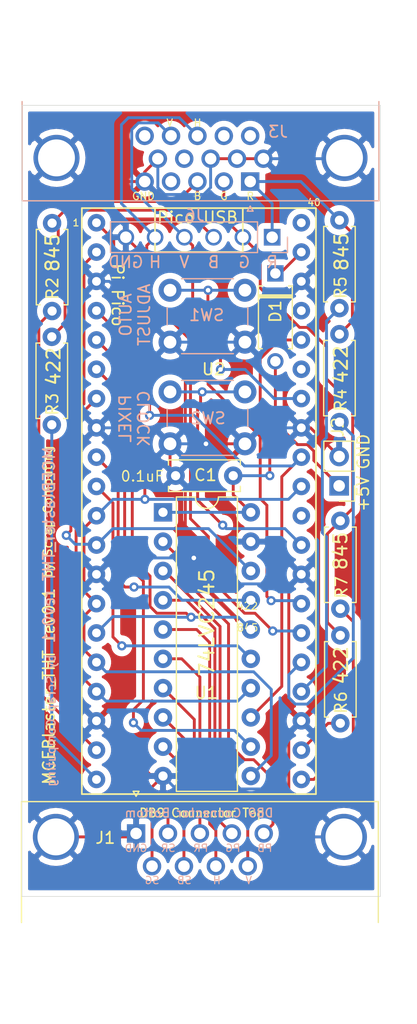
<source format=kicad_pcb>
(kicad_pcb (version 20171130) (host pcbnew 5.1.9+dfsg1-1+deb11u1)
  (layers (0 F.Cu signal) (31 B.Cu signal) (34 B.Paste user) (35 F.Paste user) (36 B.SilkS user) (37 F.SilkS user) (38 B.Mask user) (39 F.Mask user) (44 Edge.Cuts user))
  (net 0 "")
  (net 1 GND)
  (net 2 +5V)
  (net 3 +3V3)
  (net 4 "Net-(D1-Pad2)")
  (net 5 TTL_V)
  (net 6 TTL_H)
  (net 7 TTL_SB)
  (net 8 TTL_SG)
  (net 9 TTL_PB)
  (net 10 TTL_PG)
  (net 11 TTL_PR)
  (net 12 V)
  (net 13 "Net-(R2-Pad2)")
  (net 14 "Net-(R3-Pad2)")
  (net 15 "Net-(R4-Pad2)")
  (net 16 "Net-(R5-Pad2)")
  (net 17 "Net-(R6-Pad2)")
  (net 18 "Net-(R7-Pad2)")
  (net 19 AUTO_ADJUST)
  (net 20 H)
  (net 21 PR)
  (net 22 SR)
  (net 23 PG)
  (net 24 SG_INT)
  (net 25 PB)
  (net 26 SB)
  (net 27 TTL_SR)
  (net 28 VGA_V)
  (net 29 VGA_H)
  (net 30 VGA_B)
  (net 31 VGA_G)
  (net 32 VGA_R)
  (net 33 PX_CLK_BTN)
  (module Resistor_THT:R_Axial_DIN0207_L6.3mm_D2.5mm_P7.62mm_Horizontal (layer F.Cu) (at 137.8458 70.866 270)
    (fp_text reference R3 (at 5.842 -0.0508 90) (layer F.SilkS))
    (fp_text value 422)
    (pad 2 thru_hole oval (at 7.62 0 270) (size 1.6 1.6) (drill 0.8) (layers *.Cu *.Mask) (net 14 "Net-(R3-Pad2)"))
    (pad 1 thru_hole circle (at 0 0 270) (size 1.6 1.6) (drill 0.8) (layers *.Cu *.Mask) (net 30 VGA_B))
  )
  (module Resistor_THT:R_Axial_DIN0207_L6.3mm_D2.5mm_P7.62mm_Horizontal (layer F.Cu) (at 162.8902 86.8172 270)
    (fp_text reference R7 (at 5.7658 -0.1016 90) (layer F.SilkS))
    (fp_text value 845)
    (pad 2 thru_hole oval (at 7.62 0 270) (size 1.6 1.6) (drill 0.8) (layers *.Cu *.Mask) (net 18 "Net-(R7-Pad2)"))
    (pad 1 thru_hole circle (at 0 0 270) (size 1.6 1.6) (drill 0.8) (layers *.Cu *.Mask) (net 31 VGA_G))
  )
  (module Resistor_THT:R_Axial_DIN0207_L6.3mm_D2.5mm_P7.62mm_Horizontal (layer F.Cu) (at 162.8902 96.7486 270)
    (fp_text reference R6 (at 5.8166 -0.0508 90) (layer F.SilkS))
    (fp_text value 422)
    (pad 2 thru_hole oval (at 7.62 0 270) (size 1.6 1.6) (drill 0.8) (layers *.Cu *.Mask) (net 17 "Net-(R6-Pad2)"))
    (pad 1 thru_hole circle (at 0 0 270) (size 1.6 1.6) (drill 0.8) (layers *.Cu *.Mask) (net 31 VGA_G))
  )
  (module Resistor_THT:R_Axial_DIN0207_L6.3mm_D2.5mm_P7.62mm_Horizontal (layer F.Cu) (at 162.814 60.7568 270)
    (fp_text reference R5 (at 5.842 -0.1016 90) (layer F.SilkS))
    (fp_text value 845)
    (pad 2 thru_hole oval (at 7.62 0 270) (size 1.6 1.6) (drill 0.8) (layers *.Cu *.Mask) (net 16 "Net-(R5-Pad2)"))
    (pad 1 thru_hole circle (at 0 0 270) (size 1.6 1.6) (drill 0.8) (layers *.Cu *.Mask) (net 32 VGA_R))
  )
  (module Resistor_THT:R_Axial_DIN0207_L6.3mm_D2.5mm_P7.62mm_Horizontal (layer F.Cu) (at 162.814 70.6374 270)
    (fp_text reference R4 (at 5.715 -0.1016 90) (layer F.SilkS))
    (fp_text value 422)
    (pad 1 thru_hole circle (at 0 0 270) (size 1.6 1.6) (drill 0.8) (layers *.Cu *.Mask) (net 32 VGA_R))
    (pad 2 thru_hole oval (at 7.62 0 270) (size 1.6 1.6) (drill 0.8) (layers *.Cu *.Mask) (net 15 "Net-(R4-Pad2)"))
  )
  (module Resistor_THT:R_Axial_DIN0207_L6.3mm_D2.5mm_P7.62mm_Horizontal (layer F.Cu) (at 137.8712 61.0108 270)
    (fp_text reference R2 (at 5.6642 -0.0254 90) (layer F.SilkS))
    (fp_text value 845)
    (pad 2 thru_hole oval (at 7.62 0 270) (size 1.6 1.6) (drill 0.8) (layers *.Cu *.Mask) (net 13 "Net-(R2-Pad2)"))
    (pad 1 thru_hole circle (at 0 0 270) (size 1.6 1.6) (drill 0.8) (layers *.Cu *.Mask) (net 30 VGA_B))
  )
  (module Capacitor_THT:C_Disc_D6.0mm_W2.5mm_P5.00mm (layer F.Cu) (at 153.5938 82.9056 180)
    (fp_text reference C1 (at 2.413 0.0508) (layer F.SilkS))
    (fp_text value 0.1uF)
    (pad 2 thru_hole circle (at 5 0 180) (size 1.6 1.6) (drill 0.8) (layers *.Cu *.Mask) (net 1 GND))
    (pad 1 thru_hole circle (at 0 0 180) (size 1.6 1.6) (drill 0.8) (layers *.Cu *.Mask) (net 3 +3V3))
  )
  (module Package_DIP:DIP-20_W7.62mm (layer F.Cu) (at 147.4978 86.0806)
    (fp_text reference U1 (at 3.7592 15.6464 180) (layer F.SilkS))
    (fp_text value 74LVC245)
    (pad 20 thru_hole oval (at 7.62 0) (size 1.6 1.6) (drill 0.8) (layers *.Cu *.Mask) (net 3 +3V3))
    (pad 10 thru_hole oval (at 0 22.86) (size 1.6 1.6) (drill 0.8) (layers *.Cu *.Mask) (net 1 GND))
    (pad 19 thru_hole oval (at 7.62 2.54) (size 1.6 1.6) (drill 0.8) (layers *.Cu *.Mask) (net 1 GND))
    (pad 9 thru_hole oval (at 0 20.32) (size 1.6 1.6) (drill 0.8) (layers *.Cu *.Mask) (net 8 TTL_SG))
    (pad 18 thru_hole oval (at 7.62 5.08) (size 1.6 1.6) (drill 0.8) (layers *.Cu *.Mask) (net 25 PB))
    (pad 8 thru_hole oval (at 0 17.78) (size 1.6 1.6) (drill 0.8) (layers *.Cu *.Mask) (net 27 TTL_SR))
    (pad 17 thru_hole oval (at 7.62 7.62) (size 1.6 1.6) (drill 0.8) (layers *.Cu *.Mask) (net 12 V))
    (pad 7 thru_hole oval (at 0 15.24) (size 1.6 1.6) (drill 0.8) (layers *.Cu *.Mask) (net 7 TTL_SB))
    (pad 16 thru_hole oval (at 7.62 10.16) (size 1.6 1.6) (drill 0.8) (layers *.Cu *.Mask) (net 23 PG))
    (pad 6 thru_hole oval (at 0 12.7) (size 1.6 1.6) (drill 0.8) (layers *.Cu *.Mask) (net 11 TTL_PR))
    (pad 15 thru_hole oval (at 7.62 12.7) (size 1.6 1.6) (drill 0.8) (layers *.Cu *.Mask) (net 20 H))
    (pad 5 thru_hole oval (at 0 10.16) (size 1.6 1.6) (drill 0.8) (layers *.Cu *.Mask) (net 6 TTL_H))
    (pad 14 thru_hole oval (at 7.62 15.24) (size 1.6 1.6) (drill 0.8) (layers *.Cu *.Mask) (net 21 PR))
    (pad 4 thru_hole oval (at 0 7.62) (size 1.6 1.6) (drill 0.8) (layers *.Cu *.Mask) (net 10 TTL_PG))
    (pad 13 thru_hole oval (at 7.62 17.78) (size 1.6 1.6) (drill 0.8) (layers *.Cu *.Mask) (net 26 SB))
    (pad 3 thru_hole oval (at 0 5.08) (size 1.6 1.6) (drill 0.8) (layers *.Cu *.Mask) (net 5 TTL_V))
    (pad 12 thru_hole oval (at 7.62 20.32) (size 1.6 1.6) (drill 0.8) (layers *.Cu *.Mask) (net 22 SR))
    (pad 2 thru_hole oval (at 0 2.54) (size 1.6 1.6) (drill 0.8) (layers *.Cu *.Mask) (net 9 TTL_PB))
    (pad 11 thru_hole oval (at 7.62 22.86) (size 1.6 1.6) (drill 0.8) (layers *.Cu *.Mask) (net 24 SG_INT))
    (pad 1 thru_hole rect (at 0 0) (size 1.6 1.6) (drill 0.8) (layers *.Cu *.Mask) (net 3 +3V3))
  )
  (module Button_Switch_THT:SW_PUSH_6mm (layer B.Cu) (at 154.6098 75.6412 180)
    (fp_text reference SW2 (at 3.2004 -2.286) (layer B.SilkS) (effects (justify mirror)))
    (fp_text value PX_CLK_BTN)
    (pad 1 thru_hole circle (at 6.5 0 90) (size 2 2) (drill 1.1) (layers *.Cu *.Mask) (net 33 PX_CLK_BTN))
    (pad 2 thru_hole circle (at 6.5 -4.5 90) (size 2 2) (drill 1.1) (layers *.Cu *.Mask) (net 1 GND))
    (pad 1 thru_hole circle (at 0 0 90) (size 2 2) (drill 1.1) (layers *.Cu *.Mask) (net 33 PX_CLK_BTN))
    (pad 2 thru_hole circle (at 0 -4.5 90) (size 2 2) (drill 1.1) (layers *.Cu *.Mask) (net 1 GND))
  )
  (module MCEBlaster:raspberry_pi_pico (layer F.Cu) (at 141.72438 60.97778)
    (fp_text reference U2 (at 10.16 12.7) (layer F.SilkS))
    (fp_text value RaspberryPi_Pico)
    (fp_text user 40 (at 18.87982 -1.75768) (layer F.SilkS) (effects (font (size 0.6 0.6) (thickness 0.1))))
    (fp_text user 1 (at -1.778 0) (layer F.SilkS) (effects (font (size 0.6 0.6) (thickness 0.1))))
    (pad 1 thru_hole circle (at 0 0) (size 1.524 1.524) (drill 0.762) (layers *.Cu *.Mask) (net 26 SB))
    (pad 40 thru_hole circle (at 17.78 0) (size 1.524 1.524) (drill 0.762) (layers *.Cu *.Mask))
    (pad 39 thru_hole circle (at 17.78 2.54) (size 1.524 1.524) (drill 0.762) (layers *.Cu *.Mask) (net 2 +5V))
    (pad 38 thru_hole circle (at 17.78 5.08) (size 1.524 1.524) (drill 0.762) (layers *.Cu *.Mask) (net 1 GND))
    (pad 37 thru_hole circle (at 17.78 7.62) (size 1.524 1.524) (drill 0.762) (layers *.Cu *.Mask))
    (pad 36 thru_hole circle (at 17.78 10.16) (size 1.524 1.524) (drill 0.762) (layers *.Cu *.Mask) (net 3 +3V3))
    (pad 35 thru_hole circle (at 17.78 12.7) (size 1.524 1.524) (drill 0.762) (layers *.Cu *.Mask))
    (pad 34 thru_hole circle (at 17.78 15.24) (size 1.524 1.524) (drill 0.762) (layers *.Cu *.Mask) (net 19 AUTO_ADJUST))
    (pad 33 thru_hole circle (at 17.78 17.78) (size 1.524 1.524) (drill 0.762) (layers *.Cu *.Mask) (net 1 GND))
    (pad 32 thru_hole circle (at 17.78 20.32) (size 1.524 1.524) (drill 0.762) (layers *.Cu *.Mask) (net 26 SB))
    (pad 31 thru_hole circle (at 17.78 22.86) (size 1.524 1.524) (drill 0.762) (layers *.Cu *.Mask) (net 24 SG_INT))
    (pad 30 thru_hole circle (at 17.78 25.4) (size 1.524 1.524) (drill 0.762) (layers *.Cu *.Mask))
    (pad 29 thru_hole circle (at 17.78 27.94) (size 1.524 1.524) (drill 0.762) (layers *.Cu *.Mask) (net 33 PX_CLK_BTN))
    (pad 28 thru_hole circle (at 17.78 30.48) (size 1.524 1.524) (drill 0.762) (layers *.Cu *.Mask) (net 1 GND))
    (pad 27 thru_hole circle (at 17.78 33.02) (size 1.524 1.524) (drill 0.762) (layers *.Cu *.Mask) (net 28 VGA_V))
    (pad 26 thru_hole circle (at 17.78 35.56) (size 1.524 1.524) (drill 0.762) (layers *.Cu *.Mask) (net 29 VGA_H))
    (pad 25 thru_hole circle (at 17.78 38.1) (size 1.524 1.524) (drill 0.762) (layers *.Cu *.Mask) (net 15 "Net-(R4-Pad2)"))
    (pad 24 thru_hole circle (at 17.78 40.64) (size 1.524 1.524) (drill 0.762) (layers *.Cu *.Mask) (net 16 "Net-(R5-Pad2)"))
    (pad 23 thru_hole circle (at 17.78 43.18) (size 1.524 1.524) (drill 0.762) (layers *.Cu *.Mask) (net 1 GND))
    (pad 22 thru_hole circle (at 17.78 45.72) (size 1.524 1.524) (drill 0.762) (layers *.Cu *.Mask) (net 17 "Net-(R6-Pad2)"))
    (pad 21 thru_hole circle (at 17.78 48.26) (size 1.524 1.524) (drill 0.762) (layers *.Cu *.Mask) (net 18 "Net-(R7-Pad2)"))
    (pad 20 thru_hole circle (at 0 48.26) (size 1.524 1.524) (drill 0.762) (layers *.Cu *.Mask) (net 14 "Net-(R3-Pad2)"))
    (pad 19 thru_hole circle (at 0 45.72) (size 1.524 1.524) (drill 0.762) (layers *.Cu *.Mask) (net 13 "Net-(R2-Pad2)"))
    (pad 18 thru_hole circle (at 0 43.18) (size 1.524 1.524) (drill 0.762) (layers *.Cu *.Mask) (net 1 GND))
    (pad 17 thru_hole circle (at 0 40.64) (size 1.524 1.524) (drill 0.762) (layers *.Cu *.Mask) (net 21 PR))
    (pad 16 thru_hole circle (at 0 38.1) (size 1.524 1.524) (drill 0.762) (layers *.Cu *.Mask) (net 24 SG_INT))
    (pad 15 thru_hole circle (at 0 35.56) (size 1.524 1.524) (drill 0.762) (layers *.Cu *.Mask) (net 23 PG))
    (pad 14 thru_hole circle (at 0 33.02) (size 1.524 1.524) (drill 0.762) (layers *.Cu *.Mask) (net 24 SG_INT))
    (pad 13 thru_hole circle (at 0 30.48) (size 1.524 1.524) (drill 0.762) (layers *.Cu *.Mask) (net 1 GND))
    (pad 12 thru_hole circle (at 0 27.94) (size 1.524 1.524) (drill 0.762) (layers *.Cu *.Mask) (net 25 PB))
    (pad 11 thru_hole circle (at 0 25.4) (size 1.524 1.524) (drill 0.762) (layers *.Cu *.Mask) (net 24 SG_INT))
    (pad 10 thru_hole circle (at 0 22.86) (size 1.524 1.524) (drill 0.762) (layers *.Cu *.Mask) (net 20 H))
    (pad 9 thru_hole circle (at 0 20.32) (size 1.524 1.524) (drill 0.762) (layers *.Cu *.Mask) (net 12 V))
    (pad 8 thru_hole circle (at 0 17.78) (size 1.524 1.524) (drill 0.762) (layers *.Cu *.Mask) (net 1 GND))
    (pad 7 thru_hole circle (at 0 15.24) (size 1.524 1.524) (drill 0.762) (layers *.Cu *.Mask) (net 21 PR))
    (pad 6 thru_hole circle (at 0 12.7) (size 1.524 1.524) (drill 0.762) (layers *.Cu *.Mask) (net 22 SR))
    (pad 5 thru_hole circle (at 0 10.16) (size 1.524 1.524) (drill 0.762) (layers *.Cu *.Mask) (net 23 PG))
    (pad 4 thru_hole circle (at 0 7.62) (size 1.524 1.524) (drill 0.762) (layers *.Cu *.Mask) (net 24 SG_INT))
    (pad 3 thru_hole circle (at 0 5.08) (size 1.524 1.524) (drill 0.762) (layers *.Cu *.Mask) (net 1 GND))
    (pad 2 thru_hole circle (at 0 2.54) (size 1.524 1.524) (drill 0.762) (layers *.Cu *.Mask) (net 25 PB))
  )
  (module Button_Switch_THT:SW_PUSH_6mm (layer B.Cu) (at 154.6098 66.8274 180)
    (fp_text reference SW1 (at 3.3274 -2.159 180) (layer B.SilkS) (effects (justify mirror)))
    (fp_text value AUTO_ADJUST)
    (pad 1 thru_hole circle (at 6.5 0 90) (size 2 2) (drill 1.1) (layers *.Cu *.Mask) (net 19 AUTO_ADJUST))
    (pad 2 thru_hole circle (at 6.5 -4.5 90) (size 2 2) (drill 1.1) (layers *.Cu *.Mask) (net 1 GND))
    (pad 1 thru_hole circle (at 0 0 90) (size 2 2) (drill 1.1) (layers *.Cu *.Mask) (net 19 AUTO_ADJUST))
    (pad 2 thru_hole circle (at 0 -4.5 90) (size 2 2) (drill 1.1) (layers *.Cu *.Mask) (net 1 GND))
  )
  (module Connector_PinHeader_2.54mm:PinHeader_1x02_P2.54mm_Vertical (layer F.Cu) (at 162.7886 83.7819 180)
    (fp_text reference J2 (at 0.127 5.08 90) (layer F.SilkS))
    (fp_text value Conn_01x02_Male)
    (pad 2 thru_hole oval (at 0 2.54 180) (size 1.7 1.7) (drill 1) (layers *.Cu *.Mask) (net 1 GND))
    (pad 1 thru_hole rect (at 0 0 180) (size 1.7 1.7) (drill 1) (layers *.Cu *.Mask) (net 4 "Net-(D1-Pad2)"))
  )
  (module Connector_PinHeader_2.54mm:PinHeader_1x06_P2.54mm_Vertical (layer B.Cu) (at 156.972 62.23 90)
    (fp_text reference J6 (at 1.905 -6.731) (layer B.SilkS) (effects (justify mirror)))
    (fp_text value Conn_01x06_Male)
    (pad 6 thru_hole oval (at 0 -12.7 90) (size 1.446 1.446) (drill 1) (layers *.Cu *.Mask) (net 1 GND))
    (pad 5 thru_hole oval (at 0 -10.16 90) (size 1.446 1.446) (drill 1) (layers *.Cu *.Mask) (net 29 VGA_H))
    (pad 4 thru_hole oval (at 0 -7.62 90) (size 1.446 1.446) (drill 1) (layers *.Cu *.Mask) (net 28 VGA_V))
    (pad 3 thru_hole oval (at 0 -5.08 90) (size 1.446 1.446) (drill 1) (layers *.Cu *.Mask) (net 30 VGA_B))
    (pad 2 thru_hole oval (at 0 -2.54 90) (size 1.446 1.446) (drill 1) (layers *.Cu *.Mask) (net 31 VGA_G))
    (pad 1 thru_hole rect (at 0 0 90) (size 1.446 1.446) (drill 1) (layers *.Cu *.Mask) (net 32 VGA_R))
  )
  (module Connector_Dsub:DSUB-9_Male_Horizontal_P2.77x2.84mm_EdgePinOffset4.94mm_Housed_MountingHolesOffset7.48mm (layer F.Cu) (at 145.161 113.919)
    (fp_text reference J1 (at -2.667 0.381) (layer F.SilkS))
    (fp_text value DB9_Male_MountingHoles)
    (pad 0 thru_hole circle (at 18.04 0.3) (size 4 4) (drill 3.2) (layers *.Cu *.Mask) (net 1 GND))
    (pad 0 thru_hole circle (at -6.96 0.3) (size 4 4) (drill 3.2) (layers *.Cu *.Mask) (net 1 GND))
    (pad 9 thru_hole circle (at 9.695 2.84) (size 1.6 1.6) (drill 1) (layers *.Cu *.Mask) (net 5 TTL_V))
    (pad 8 thru_hole circle (at 6.925 2.84) (size 1.6 1.6) (drill 1) (layers *.Cu *.Mask) (net 6 TTL_H))
    (pad 7 thru_hole circle (at 4.155 2.84) (size 1.6 1.6) (drill 1) (layers *.Cu *.Mask) (net 7 TTL_SB))
    (pad 6 thru_hole circle (at 1.385 2.84) (size 1.6 1.6) (drill 1) (layers *.Cu *.Mask) (net 8 TTL_SG))
    (pad 5 thru_hole circle (at 11.08 0) (size 1.6 1.6) (drill 1) (layers *.Cu *.Mask) (net 9 TTL_PB))
    (pad 4 thru_hole circle (at 8.31 0) (size 1.6 1.6) (drill 1) (layers *.Cu *.Mask) (net 10 TTL_PG))
    (pad 3 thru_hole circle (at 5.54 0) (size 1.6 1.6) (drill 1) (layers *.Cu *.Mask) (net 11 TTL_PR))
    (pad 2 thru_hole circle (at 2.77 0) (size 1.6 1.6) (drill 1) (layers *.Cu *.Mask) (net 27 TTL_SR))
    (pad 1 thru_hole rect (at 0 0) (size 1.6 1.6) (drill 1) (layers *.Cu *.Mask) (net 1 GND))
  )
  (module Connector_Dsub:DSUB-15-HD_Female_Horizontal_P2.29x1.98mm_EdgePinOffset3.03mm_Housed_MountingHolesOffset4.94mm (layer B.Cu) (at 155.067 57.404)
    (fp_text reference J3 (at 2.413 -4.318 180) (layer B.SilkS) (effects (justify mirror)))
    (fp_text value DB15_Male_HighDensity_MountingHoles)
    (pad 0 thru_hole circle (at 8.185 -2.05) (size 4 4) (drill 3.2) (layers *.Cu *.Mask) (net 1 GND))
    (pad 0 thru_hole circle (at -16.815 -2.05) (size 4 4) (drill 3.2) (layers *.Cu *.Mask) (net 1 GND))
    (pad 15 thru_hole circle (at -9.16 -3.96) (size 1.6 1.6) (drill 1) (layers *.Cu *.Mask))
    (pad 14 thru_hole circle (at -6.87 -3.96) (size 1.6 1.6) (drill 1) (layers *.Cu *.Mask) (net 28 VGA_V))
    (pad 13 thru_hole circle (at -4.58 -3.96) (size 1.6 1.6) (drill 1) (layers *.Cu *.Mask) (net 29 VGA_H))
    (pad 12 thru_hole circle (at -2.29 -3.96) (size 1.6 1.6) (drill 1) (layers *.Cu *.Mask))
    (pad 11 thru_hole circle (at 0 -3.96) (size 1.6 1.6) (drill 1) (layers *.Cu *.Mask))
    (pad 10 thru_hole circle (at -8.015 -1.98) (size 1.6 1.6) (drill 1) (layers *.Cu *.Mask) (net 1 GND))
    (pad 9 thru_hole circle (at -5.725 -1.98) (size 1.6 1.6) (drill 1) (layers *.Cu *.Mask))
    (pad 8 thru_hole circle (at -3.435 -1.98) (size 1.6 1.6) (drill 1) (layers *.Cu *.Mask) (net 1 GND))
    (pad 7 thru_hole circle (at -1.145 -1.98) (size 1.6 1.6) (drill 1) (layers *.Cu *.Mask) (net 1 GND))
    (pad 6 thru_hole circle (at 1.145 -1.98) (size 1.6 1.6) (drill 1) (layers *.Cu *.Mask) (net 1 GND))
    (pad 5 thru_hole circle (at -9.16 0) (size 1.6 1.6) (drill 1) (layers *.Cu *.Mask) (net 1 GND))
    (pad 4 thru_hole circle (at -6.87 0) (size 1.6 1.6) (drill 1) (layers *.Cu *.Mask))
    (pad 3 thru_hole circle (at -4.58 0) (size 1.6 1.6) (drill 1) (layers *.Cu *.Mask) (net 30 VGA_B))
    (pad 2 thru_hole circle (at -2.29 0) (size 1.6 1.6) (drill 1) (layers *.Cu *.Mask) (net 31 VGA_G))
    (pad 1 thru_hole rect (at 0 0) (size 1.6 1.6) (drill 1) (layers *.Cu *.Mask) (net 32 VGA_R))
  )
  (module Diode_THT:D_A-405_P7.62mm_Horizontal (layer F.Cu) (at 157.2514 65.3669 270)
    (fp_text reference D1 (at 3.302 0 90) (layer F.SilkS))
    (fp_text value D_Schottky)
    (pad 2 thru_hole oval (at 7.62 0 270) (size 1.419 1.419) (drill 0.9) (layers *.Cu *.Mask) (net 4 "Net-(D1-Pad2)"))
    (pad 1 thru_hole rect (at 0 0 270) (size 1.419 1.419) (drill 0.9) (layers *.Cu *.Mask) (net 2 +5V))
  )
  (gr_line (start 166.37 119.38) (end 166.37 50.8) (layer Edge.Cuts) (width 0.05))
  (gr_line (start 135.255 119.38) (end 166.37 119.38) (layer Edge.Cuts) (width 0.05))
  (gr_line (start 135.255 50.8) (end 135.255 119.38) (layer Edge.Cuts) (width 0.05))
  (gr_line (start 166.37 50.8) (end 135.255 50.8) (layer Edge.Cuts) (width 0.05))
  (gr_text 845 (at 162.9918 63.5 90) (layer F.SilkS) (effects (font (size 1.1524 1.1524) (thickness 0.1754))))
  (gr_text 422 (at 162.941 73.2663 90) (layer F.SilkS) (effects (font (size 1.1524 1.1524) (thickness 0.1754))))
  (gr_text 0.1uF (at 145.6944 82.9564) (layer F.SilkS) (effects (font (size 0.8984 0.8984) (thickness 0.1246))))
  (gr_text 845 (at 154.8384 96.0882) (layer F.SilkS) (effects (font (size 0.6444 0.6444) (thickness 0.0992))))
  (gr_text 845 (at 162.9029 89.4334 90) (layer F.SilkS) (effects (font (size 1.1524 1.1524) (thickness 0.1754))))
  (gr_text 422 (at 154.813 94.2086) (layer F.SilkS) (effects (font (size 0.6444 0.6444) (thickness 0.0992))))
  (gr_text 422 (at 162.9537 99.3521 90) (layer F.SilkS) (effects (font (size 1.1524 1.1524) (thickness 0.1754))))
  (gr_text 422 (at 137.9982 73.4314 90) (layer F.SilkS) (effects (font (size 1.1524 1.1524) (thickness 0.1754))))
  (gr_text 845 (at 137.9093 63.5762 90) (layer F.SilkS) (effects (font (size 1.1524 1.1524) (thickness 0.1754))))
  (gr_text 74LVC245 (at 151.3078 95.631 90) (layer F.SilkS) (effects (font (size 1.254 1.254) (thickness 0.1754))))
  (gr_text "PIXEL\nCLOCK" (at 145.034 77.9526 90) (layer B.SilkS) (effects (font (size 1 1)) (justify mirror)))
  (gr_text GND (at 144.272 64.389) (layer B.SilkS) (effects (font (size 1 1)) (justify mirror)))
  (gr_text H (at 146.812 64.389) (layer B.SilkS) (effects (font (size 1 1)) (justify mirror)))
  (gr_text V (at 149.352 64.389) (layer B.SilkS) (effects (font (size 1 1)) (justify mirror)))
  (gr_text R (at 156.972 64.389) (layer B.SilkS) (effects (font (size 1 1)) (justify mirror)))
  (gr_text B (at 151.892 64.389) (layer B.SilkS) (effects (font (size 1 1)) (justify mirror)))
  (gr_text G (at 154.559 64.389) (layer B.SilkS) (effects (font (size 1 1)) (justify mirror)))
  (gr_text GND (at 164.8968 80.8228 90) (layer F.SilkS) (effects (font (size 1.0174 1.0174) (thickness 0.1476))))
  (gr_text +5V (at 164.8587 84.4677 90) (layer F.SilkS) (effects (font (size 1.0174 1.0174) (thickness 0.1476))))
  (gr_text H (at 150.495 52.324) (layer F.SilkS) (effects (font (size 0.6444 0.6444) (thickness 0.0992))))
  (gr_text V (at 148.082 52.324) (layer F.SilkS) (effects (font (size 0.6444 0.6444) (thickness 0.0992))))
  (gr_text GND (at 145.796 58.674) (layer F.SilkS) (effects (font (size 0.6444 0.6444) (thickness 0.0992))))
  (gr_text B (at 150.495 58.674) (layer F.SilkS) (effects (font (size 0.6444 0.6444) (thickness 0.0992))))
  (gr_text G (at 152.781 58.674) (layer F.SilkS) (effects (font (size 0.6444 0.6444) (thickness 0.0992))))
  (gr_text R (at 155.067 58.674) (layer F.SilkS) (effects (font (size 0.6444 0.6444) (thickness 0.0992))))
  (gr_text GND (at 145.161 115.189) (layer B.SilkS) (effects (font (size 0.6444 0.6444) (thickness 0.0992)) (justify mirror)))
  (gr_text SR (at 147.955 115.189) (layer B.SilkS) (effects (font (size 0.6444 0.6444) (thickness 0.0992)) (justify mirror)))
  (gr_text PR (at 150.7744 115.189) (layer B.SilkS) (effects (font (size 0.6444 0.6444) (thickness 0.0992)) (justify mirror)))
  (gr_text PG (at 153.5684 115.189) (layer B.SilkS) (effects (font (size 0.6444 0.6444) (thickness 0.0992)) (justify mirror)))
  (gr_text PB (at 156.337 115.189) (layer B.SilkS) (effects (font (size 0.6444 0.6444) (thickness 0.0992)) (justify mirror)))
  (gr_text SG (at 146.558 117.983) (layer B.SilkS) (effects (font (size 0.6444 0.6444) (thickness 0.0992)) (justify mirror)))
  (gr_text SB (at 149.352 117.983) (layer B.SilkS) (effects (font (size 0.6444 0.6444) (thickness 0.0992)) (justify mirror)))
  (gr_text H (at 152.1714 117.983) (layer B.SilkS) (effects (font (size 0.6444 0.6444) (thickness 0.0992)) (justify mirror)))
  (gr_text V (at 154.94 117.983) (layer B.SilkS) (effects (font (size 0.6444 0.6444) (thickness 0.0992)) (justify mirror)))
  (gr_text "Pico USB" (at 150.495 60.5155) (layer F.SilkS) (effects (font (size 1 1))))
  (gr_text "Pi Pico" (at 143.5608 67.2338 -90) (layer F.SilkS) (effects (font (size 1 1))))
  (gr_text "DB9 Connector Bottom" (at 150.622 112.141) (layer B.SilkS) (effects (font (size 0.746 0.746) (thickness 0.1246)) (justify mirror)))
  (gr_text "DB9 Connector Top" (at 150.876 112.141) (layer F.SilkS) (effects (font (size 0.746 0.746) (thickness 0.1246))))
  (gr_text "MCEBlaster_THT rev0.1" (at 137.5918 101.1682 90) (layer F.SilkS) (effects (font (size 1 1))))
  (gr_text "by Scrap Computing" (at 137.5029 86.0171 90) (layer F.SilkS) (effects (font (size 0.746 0.746) (thickness 0.1246))))
  (gr_text "AUTO\nADJUST" (at 145.0594 68.961 90) (layer B.SilkS) (effects (font (size 1 1)) (justify mirror)))
  (gr_text "by Scrap Computing" (at 137.795 104.14 90) (layer B.SilkS) (effects (font (size 0.746 0.746) (thickness 0.1246)) (justify mirror)))
  (gr_text "MCEBlaster_THT rev0.1" (at 137.6045 88.9 90) (layer B.SilkS) (effects (font (size 1 1)) (justify mirror)))
  (segment (start 145.161 111.2774) (end 147.4978 108.9406) (width 0.25) (layer F.Cu) (net 1))
  (segment (start 145.161 113.919) (end 145.161 111.2774) (width 0.25) (layer F.Cu) (net 1))
  (segment (start 156.6672 88.6206) (end 159.50438 91.45778) (width 0.25) (layer B.Cu) (net 1))
  (segment (start 155.1178 88.6206) (end 156.6672 88.6206) (width 0.25) (layer B.Cu) (net 1))
  (segment (start 155.99322 78.75778) (end 154.6098 80.1412) (width 0.25) (layer B.Cu) (net 1))
  (segment (start 159.50438 78.75778) (end 155.99322 78.75778) (width 0.25) (layer B.Cu) (net 1))
  (segment (start 148.1098 71.3274) (end 154.6098 71.3274) (width 0.25) (layer B.Cu) (net 1))
  (segment (start 159.50438 66.43282) (end 159.50438 66.05778) (width 0.25) (layer B.Cu) (net 1))
  (segment (start 154.6098 71.3274) (end 159.50438 66.43282) (width 0.25) (layer B.Cu) (net 1))
  (segment (start 142.84018 66.05778) (end 148.1098 71.3274) (width 0.25) (layer B.Cu) (net 1))
  (segment (start 141.72438 66.05778) (end 142.84018 66.05778) (width 0.25) (layer B.Cu) (net 1))
  (segment (start 146.72638 78.75778) (end 148.1098 80.1412) (width 0.25) (layer B.Cu) (net 1))
  (segment (start 141.72438 78.75778) (end 146.72638 78.75778) (width 0.25) (layer B.Cu) (net 1))
  (segment (start 148.1098 80.1412) (end 151.2274 80.1412) (width 0.25) (layer B.Cu) (net 1))
  (segment (start 151.2274 80.1412) (end 151.2274 80.1412) (width 0.25) (layer B.Cu) (net 1))
  (via (at 151.2274 80.1412) (size 0.8) (drill 0.4) (layers F.Cu B.Cu) (net 1))
  (segment (start 151.2274 80.1412) (end 154.6098 80.1412) (width 0.25) (layer F.Cu) (net 1))
  (segment (start 158.676559 92.285601) (end 159.50438 91.45778) (width 0.25) (layer B.Cu) (net 1))
  (segment (start 151.833799 90.035599) (end 154.083801 92.285601) (width 0.25) (layer B.Cu) (net 1))
  (segment (start 143.146561 90.035599) (end 150.172201 90.035599) (width 0.25) (layer B.Cu) (net 1))
  (segment (start 141.72438 91.45778) (end 143.146561 90.035599) (width 0.25) (layer B.Cu) (net 1))
  (segment (start 154.083801 92.285601) (end 158.676559 92.285601) (width 0.25) (layer B.Cu) (net 1))
  (segment (start 160.372573 114.219) (end 163.201 114.219) (width 0.25) (layer F.Cu) (net 1))
  (segment (start 158.417379 112.263806) (end 160.372573 114.219) (width 0.25) (layer F.Cu) (net 1))
  (segment (start 158.417379 105.244781) (end 158.417379 112.263806) (width 0.25) (layer F.Cu) (net 1))
  (segment (start 159.50438 104.15778) (end 158.417379 105.244781) (width 0.25) (layer F.Cu) (net 1))
  (segment (start 158.417379 92.544781) (end 159.50438 91.45778) (width 0.25) (layer F.Cu) (net 1))
  (segment (start 158.417379 103.070779) (end 158.417379 92.544781) (width 0.25) (layer F.Cu) (net 1))
  (segment (start 159.50438 104.15778) (end 158.417379 103.070779) (width 0.25) (layer F.Cu) (net 1))
  (segment (start 144.272 61.374) (end 144.272 62.23) (width 0.25) (layer B.Cu) (net 1))
  (segment (start 138.252 55.354) (end 144.272 61.374) (width 0.25) (layer B.Cu) (net 1))
  (segment (start 140.302 57.404) (end 138.252 55.354) (width 0.25) (layer F.Cu) (net 1))
  (segment (start 145.907 57.404) (end 140.302 57.404) (width 0.25) (layer F.Cu) (net 1))
  (segment (start 145.907 56.569) (end 147.052 55.424) (width 0.25) (layer F.Cu) (net 1))
  (segment (start 145.907 57.404) (end 145.907 56.569) (width 0.25) (layer F.Cu) (net 1))
  (segment (start 151.632 55.424) (end 153.922 55.424) (width 0.25) (layer F.Cu) (net 1))
  (segment (start 153.922 55.424) (end 156.212 55.424) (width 0.25) (layer F.Cu) (net 1))
  (segment (start 163.182 55.424) (end 163.252 55.354) (width 0.25) (layer B.Cu) (net 1))
  (segment (start 156.212 55.424) (end 163.182 55.424) (width 0.25) (layer B.Cu) (net 1))
  (segment (start 151.632 57.924002) (end 151.632 55.424) (width 0.25) (layer B.Cu) (net 1))
  (segment (start 151.027001 58.529001) (end 151.632 57.924002) (width 0.25) (layer B.Cu) (net 1))
  (segment (start 147.656999 58.529001) (end 151.027001 58.529001) (width 0.25) (layer B.Cu) (net 1))
  (segment (start 147.052 57.924002) (end 147.656999 58.529001) (width 0.25) (layer B.Cu) (net 1))
  (segment (start 147.052 55.424) (end 147.052 57.924002) (width 0.25) (layer B.Cu) (net 1))
  (segment (start 148.1098 82.4216) (end 148.5938 82.9056) (width 0.25) (layer F.Cu) (net 1))
  (segment (start 148.1098 80.1412) (end 148.1098 82.4216) (width 0.25) (layer F.Cu) (net 1))
  (segment (start 146.5072 108.9406) (end 147.4978 108.9406) (width 0.25) (layer F.Cu) (net 1))
  (segment (start 141.72438 104.15778) (end 146.5072 108.9406) (width 0.25) (layer F.Cu) (net 1))
  (segment (start 144.861 114.219) (end 145.161 113.919) (width 0.25) (layer F.Cu) (net 1))
  (segment (start 138.201 114.219) (end 144.861 114.219) (width 0.25) (layer F.Cu) (net 1))
  (segment (start 160.372573 114.219) (end 163.201 114.219) (width 0.25) (layer B.Cu) (net 1))
  (segment (start 156.219174 110.065601) (end 160.372573 114.219) (width 0.25) (layer B.Cu) (net 1))
  (segment (start 148.622801 110.065601) (end 156.219174 110.065601) (width 0.25) (layer B.Cu) (net 1))
  (segment (start 147.4978 108.9406) (end 148.622801 110.065601) (width 0.25) (layer B.Cu) (net 1))
  (segment (start 149.434802 83.746602) (end 149.434802 89.287602) (width 0.25) (layer F.Cu) (net 1))
  (segment (start 148.5938 82.9056) (end 149.434802 83.746602) (width 0.25) (layer F.Cu) (net 1))
  (segment (start 149.434802 89.287602) (end 150.1648 90.0176) (width 0.25) (layer F.Cu) (net 1))
  (segment (start 150.172201 90.035599) (end 151.833799 90.035599) (width 0.25) (layer B.Cu) (net 1))
  (via (at 150.172201 90.035599) (size 0.8) (drill 0.4) (layers F.Cu B.Cu) (net 1))
  (segment (start 145.638991 63.596991) (end 145.638991 68.803991) (width 0.25) (layer F.Cu) (net 1))
  (segment (start 144.272 62.23) (end 145.638991 63.596991) (width 0.25) (layer F.Cu) (net 1))
  (segment (start 148.1098 71.2748) (end 148.1098 71.3274) (width 0.25) (layer F.Cu) (net 1))
  (segment (start 145.638991 68.803991) (end 148.1098 71.2748) (width 0.25) (layer F.Cu) (net 1))
  (segment (start 160.30448 78.75778) (end 159.50438 78.75778) (width 0.25) (layer F.Cu) (net 1))
  (segment (start 162.7886 81.2419) (end 160.30448 78.75778) (width 0.25) (layer F.Cu) (net 1))
  (segment (start 149.434801 78.816199) (end 149.434801 72.652401) (width 0.25) (layer F.Cu) (net 1))
  (segment (start 148.1098 80.1412) (end 149.434801 78.816199) (width 0.25) (layer F.Cu) (net 1))
  (segment (start 149.434801 72.652401) (end 148.1098 71.3274) (width 0.25) (layer F.Cu) (net 1))
  (segment (start 157.65526 65.3669) (end 159.50438 63.51778) (width 0.25) (layer F.Cu) (net 2))
  (segment (start 157.2514 65.3669) (end 157.65526 65.3669) (width 0.25) (layer F.Cu) (net 2))
  (segment (start 155.1178 86.0806) (end 147.4978 86.0806) (width 0.25) (layer B.Cu) (net 3))
  (segment (start 153.5938 84.5566) (end 155.1178 86.0806) (width 0.25) (layer F.Cu) (net 3))
  (segment (start 153.5938 82.9056) (end 153.5938 84.5566) (width 0.25) (layer F.Cu) (net 3))
  (segment (start 153.5938 82.9056) (end 153.806402 82.9056) (width 0.25) (layer F.Cu) (net 3))
  (segment (start 153.5938 82.9056) (end 156.7688 82.9056) (width 0.25) (layer B.Cu) (net 3))
  (via (at 156.7688 82.9056) (size 0.8) (drill 0.4) (layers F.Cu B.Cu) (net 3))
  (segment (start 156.7688 79.702788) (end 156.7688 82.9056) (width 0.25) (layer F.Cu) (net 3))
  (segment (start 155.934801 78.868789) (end 156.7688 79.702788) (width 0.25) (layer F.Cu) (net 3))
  (segment (start 155.934801 72.772437) (end 155.934801 78.868789) (width 0.25) (layer F.Cu) (net 3))
  (segment (start 157.569458 71.13778) (end 155.934801 72.772437) (width 0.25) (layer F.Cu) (net 3))
  (segment (start 159.50438 71.13778) (end 157.569458 71.13778) (width 0.25) (layer F.Cu) (net 3))
  (segment (start 157.2514 72.9869) (end 157.2514 78.2828) (width 0.25) (layer F.Cu) (net 4))
  (segment (start 160.026141 80.210779) (end 160.591381 80.776019) (width 0.25) (layer F.Cu) (net 4))
  (segment (start 159.179379 80.210779) (end 160.026141 80.210779) (width 0.25) (layer F.Cu) (net 4))
  (segment (start 157.2514 78.2828) (end 159.179379 80.210779) (width 0.25) (layer F.Cu) (net 4))
  (segment (start 160.591381 81.584681) (end 162.7886 83.7819) (width 0.25) (layer F.Cu) (net 4))
  (segment (start 160.591381 80.776019) (end 160.591381 81.584681) (width 0.25) (layer F.Cu) (net 4))
  (segment (start 147.632412 91.1606) (end 147.4978 91.1606) (width 0.25) (layer F.Cu) (net 5))
  (segment (start 152.450799 95.978987) (end 147.632412 91.1606) (width 0.25) (layer F.Cu) (net 5))
  (segment (start 152.4508 108.585) (end 152.450799 95.978987) (width 0.25) (layer F.Cu) (net 5))
  (segment (start 154.856 110.9902) (end 152.4508 108.585) (width 0.25) (layer F.Cu) (net 5))
  (segment (start 154.856 116.759) (end 154.856 110.9902) (width 0.25) (layer F.Cu) (net 5))
  (segment (start 147.4978 96.2406) (end 150.4188 96.2406) (width 0.25) (layer F.Cu) (net 6))
  (segment (start 150.4188 96.2406) (end 151.55078 97.37258) (width 0.25) (layer F.Cu) (net 6))
  (segment (start 152.086 113.638998) (end 152.086 116.759) (width 0.25) (layer F.Cu) (net 6))
  (segment (start 151.55078 113.103778) (end 152.086 113.638998) (width 0.25) (layer F.Cu) (net 6))
  (segment (start 151.55078 97.37258) (end 151.55078 113.103778) (width 0.25) (layer F.Cu) (net 6))
  (segment (start 149.316 116.759) (end 149.316 112.61879) (width 0.25) (layer F.Cu) (net 7))
  (segment (start 149.316 112.61879) (end 150.2156 111.71919) (width 0.25) (layer F.Cu) (net 7))
  (segment (start 150.2156 104.0384) (end 147.4978 101.3206) (width 0.25) (layer F.Cu) (net 7))
  (segment (start 150.2156 111.71919) (end 150.2156 104.0384) (width 0.25) (layer F.Cu) (net 7))
  (segment (start 149.1234 108.0262) (end 147.4978 106.4006) (width 0.25) (layer F.Cu) (net 8))
  (segment (start 149.1234 110.2868) (end 149.1234 108.0262) (width 0.25) (layer F.Cu) (net 8))
  (segment (start 146.546 112.8642) (end 149.1234 110.2868) (width 0.25) (layer F.Cu) (net 8))
  (segment (start 146.546 116.759) (end 146.546 112.8642) (width 0.25) (layer F.Cu) (net 8))
  (segment (start 154.577799 107.525601) (end 153.1874 106.135202) (width 0.25) (layer F.Cu) (net 9))
  (segment (start 155.367803 107.525601) (end 154.577799 107.525601) (width 0.25) (layer F.Cu) (net 9))
  (segment (start 157.040999 109.198797) (end 155.367803 107.525601) (width 0.25) (layer F.Cu) (net 9))
  (segment (start 157.040999 113.119001) (end 157.040999 109.198797) (width 0.25) (layer F.Cu) (net 9))
  (segment (start 156.241 113.919) (end 157.040999 113.119001) (width 0.25) (layer F.Cu) (net 9))
  (segment (start 147.4978 88.6206) (end 149.3774 90.5002) (width 0.25) (layer F.Cu) (net 9))
  (segment (start 149.3774 91.948) (end 153.1874 95.758) (width 0.25) (layer F.Cu) (net 9))
  (segment (start 149.3774 90.5002) (end 149.3774 91.948) (width 0.25) (layer F.Cu) (net 9))
  (segment (start 153.1874 106.135202) (end 153.1874 95.758) (width 0.25) (layer F.Cu) (net 9))
  (segment (start 152.00079 112.44879) (end 153.471 113.919) (width 0.25) (layer F.Cu) (net 10))
  (segment (start 152.00079 96.165388) (end 152.00079 112.44879) (width 0.25) (layer F.Cu) (net 10))
  (segment (start 149.536002 93.7006) (end 152.00079 96.165388) (width 0.25) (layer F.Cu) (net 10))
  (segment (start 147.4978 93.7006) (end 149.536002 93.7006) (width 0.25) (layer F.Cu) (net 10))
  (segment (start 150.701 113.919) (end 150.701 100.3582) (width 0.25) (layer F.Cu) (net 11))
  (segment (start 149.1234 98.7806) (end 147.4978 98.7806) (width 0.25) (layer F.Cu) (net 11))
  (segment (start 150.701 100.3582) (end 149.1234 98.7806) (width 0.25) (layer F.Cu) (net 11))
  (segment (start 149.162802 93.7006) (end 148.019802 92.5576) (width 0.25) (layer B.Cu) (net 12))
  (segment (start 155.1178 93.7006) (end 149.162802 93.7006) (width 0.25) (layer B.Cu) (net 12))
  (segment (start 148.019802 92.5576) (end 144.9832 92.5576) (width 0.25) (layer B.Cu) (net 12))
  (via (at 144.9832 92.5576) (size 0.8) (drill 0.4) (layers F.Cu B.Cu) (net 12))
  (segment (start 144.9832 92.5576) (end 144.1958 92.5576) (width 0.25) (layer F.Cu) (net 12))
  (segment (start 143.60441 83.17781) (end 143.3068 82.8802) (width 0.25) (layer F.Cu) (net 12))
  (segment (start 143.60441 91.96621) (end 143.60441 83.17781) (width 0.25) (layer F.Cu) (net 12))
  (segment (start 144.1958 92.5576) (end 143.60441 91.96621) (width 0.25) (layer F.Cu) (net 12))
  (segment (start 141.72438 81.29778) (end 143.3068 82.8802) (width 0.25) (layer F.Cu) (net 12))
  (segment (start 137.80219 68.69981) (end 137.80219 68.6308) (width 0.25) (layer F.Cu) (net 13))
  (segment (start 136.720799 69.781201) (end 137.80219 68.69981) (width 0.25) (layer F.Cu) (net 13))
  (segment (start 136.720799 101.694199) (end 136.720799 69.781201) (width 0.25) (layer F.Cu) (net 13))
  (segment (start 141.72438 106.69778) (end 136.720799 101.694199) (width 0.25) (layer F.Cu) (net 13))
  (segment (start 141.71676 109.2454) (end 141.72438 109.23778) (width 0.25) (layer B.Cu) (net 14))
  (segment (start 137.8458 105.3592) (end 139.4841 106.9975) (width 0.25) (layer B.Cu) (net 14))
  (segment (start 137.8458 78.486) (end 137.8458 105.3592) (width 0.25) (layer B.Cu) (net 14))
  (segment (start 139.4841 106.9975) (end 141.72438 109.23778) (width 0.25) (layer B.Cu) (net 14))
  (segment (start 158.417379 100.164781) (end 159.50438 99.07778) (width 0.25) (layer B.Cu) (net 15))
  (segment (start 158.982619 102.704781) (end 158.417379 102.139541) (width 0.25) (layer B.Cu) (net 15))
  (segment (start 160.026141 102.704781) (end 158.982619 102.704781) (width 0.25) (layer B.Cu) (net 15))
  (segment (start 158.417379 102.139541) (end 158.417379 100.164781) (width 0.25) (layer B.Cu) (net 15))
  (segment (start 164.015201 98.715721) (end 160.026141 102.704781) (width 0.25) (layer B.Cu) (net 15))
  (segment (start 164.015201 79.458601) (end 164.015201 98.715721) (width 0.25) (layer B.Cu) (net 15))
  (segment (start 162.814 78.2574) (end 164.015201 79.458601) (width 0.25) (layer B.Cu) (net 15))
  (segment (start 161.688999 88.206799) (end 161.688999 99.433161) (width 0.25) (layer B.Cu) (net 16))
  (segment (start 161.688999 99.433161) (end 159.50438 101.61778) (width 0.25) (layer B.Cu) (net 16))
  (segment (start 161.329201 87.847001) (end 161.688999 88.206799) (width 0.25) (layer B.Cu) (net 16))
  (segment (start 161.329201 79.958099) (end 161.329201 87.847001) (width 0.25) (layer B.Cu) (net 16))
  (segment (start 161.688999 79.598301) (end 161.329201 79.958099) (width 0.25) (layer B.Cu) (net 16))
  (segment (start 161.688999 69.501801) (end 161.688999 79.598301) (width 0.25) (layer B.Cu) (net 16))
  (segment (start 162.814 68.3768) (end 161.688999 69.501801) (width 0.25) (layer B.Cu) (net 16))
  (segment (start 161.83356 104.3686) (end 162.8902 104.3686) (width 0.25) (layer F.Cu) (net 17))
  (segment (start 159.50438 106.69778) (end 161.83356 104.3686) (width 0.25) (layer F.Cu) (net 17))
  (segment (start 164.015201 95.562201) (end 162.8902 94.4372) (width 0.25) (layer F.Cu) (net 18))
  (segment (start 164.015201 105.804589) (end 164.015201 95.562201) (width 0.25) (layer F.Cu) (net 18))
  (segment (start 160.58201 109.23778) (end 164.015201 105.804589) (width 0.25) (layer F.Cu) (net 18))
  (segment (start 159.50438 109.23778) (end 160.58201 109.23778) (width 0.25) (layer F.Cu) (net 18))
  (segment (start 148.1098 66.8274) (end 151.4094 66.8274) (width 0.25) (layer B.Cu) (net 19))
  (segment (start 152.146 66.8274) (end 154.6098 66.8274) (width 0.25) (layer B.Cu) (net 19))
  (segment (start 152.4889 73.6981) (end 152.3238 73.6981) (width 0.25) (layer B.Cu) (net 19))
  (via (at 152.4889 73.6981) (size 0.8) (drill 0.4) (layers F.Cu B.Cu) (net 19))
  (segment (start 154.627702 73.6981) (end 152.4889 73.6981) (width 0.25) (layer B.Cu) (net 19))
  (segment (start 157.147382 76.21778) (end 154.627702 73.6981) (width 0.25) (layer B.Cu) (net 19))
  (segment (start 159.50438 76.21778) (end 157.147382 76.21778) (width 0.25) (layer B.Cu) (net 19))
  (segment (start 152.4889 73.6981) (end 152.4889 69.8373) (width 0.25) (layer F.Cu) (net 19))
  (segment (start 152.4889 69.8373) (end 151.3967 68.7451) (width 0.25) (layer F.Cu) (net 19))
  (segment (start 151.3967 68.7451) (end 151.3967 66.9036) (width 0.25) (layer F.Cu) (net 19))
  (segment (start 151.4094 66.8274) (end 152.146 66.8274) (width 0.25) (layer B.Cu) (net 19))
  (via (at 151.4094 66.8274) (size 0.8) (drill 0.4) (layers F.Cu B.Cu) (net 19))
  (segment (start 153.992799 97.655599) (end 144.279401 97.655599) (width 0.25) (layer B.Cu) (net 20))
  (segment (start 155.1178 98.7806) (end 153.992799 97.655599) (width 0.25) (layer B.Cu) (net 20))
  (segment (start 144.279401 97.655599) (end 143.923801 97.655599) (width 0.25) (layer B.Cu) (net 20))
  (segment (start 143.923801 97.655599) (end 143.908999 97.655599) (width 0.25) (layer B.Cu) (net 20))
  (via (at 143.923801 97.655599) (size 0.8) (drill 0.4) (layers F.Cu B.Cu) (net 20))
  (segment (start 141.72438 83.83778) (end 143.1544 85.2678) (width 0.25) (layer F.Cu) (net 20))
  (segment (start 143.1544 96.886198) (end 143.923801 97.655599) (width 0.25) (layer F.Cu) (net 20))
  (segment (start 143.1544 85.2678) (end 143.1544 96.886198) (width 0.25) (layer F.Cu) (net 20))
  (segment (start 153.992799 102.445601) (end 155.1178 101.3206) (width 0.25) (layer B.Cu) (net 21))
  (segment (start 142.552201 102.445601) (end 153.992799 102.445601) (width 0.25) (layer B.Cu) (net 21))
  (segment (start 141.72438 101.61778) (end 142.552201 102.445601) (width 0.25) (layer B.Cu) (net 21))
  (segment (start 141.72438 76.21778) (end 139.954 77.98816) (width 0.25) (layer F.Cu) (net 21))
  (segment (start 140.187369 100.080769) (end 140.187369 94.898381) (width 0.25) (layer F.Cu) (net 21))
  (segment (start 141.72438 101.61778) (end 140.187369 100.080769) (width 0.25) (layer F.Cu) (net 21))
  (segment (start 139.954 94.665012) (end 139.954 90.5764) (width 0.25) (layer F.Cu) (net 21))
  (segment (start 140.187369 94.898381) (end 139.954 94.665012) (width 0.25) (layer F.Cu) (net 21))
  (segment (start 139.954 90.5764) (end 139.954 90.9574) (width 0.25) (layer F.Cu) (net 21))
  (segment (start 139.954 77.98816) (end 139.954 90.5764) (width 0.25) (layer F.Cu) (net 21))
  (segment (start 153.702801 104.985601) (end 145.600201 104.985601) (width 0.25) (layer B.Cu) (net 22))
  (segment (start 155.1178 106.4006) (end 153.702801 104.985601) (width 0.25) (layer B.Cu) (net 22))
  (segment (start 145.600201 104.985601) (end 144.9324 104.3178) (width 0.25) (layer B.Cu) (net 22))
  (segment (start 144.9324 104.3178) (end 144.9324 104.3178) (width 0.25) (layer B.Cu) (net 22))
  (via (at 144.9324 104.3178) (size 0.8) (drill 0.4) (layers F.Cu B.Cu) (net 22))
  (segment (start 141.72438 73.67778) (end 143.256 75.2094) (width 0.25) (layer F.Cu) (net 22))
  (segment (start 144.1704 90.424) (end 145.796 92.0496) (width 0.25) (layer F.Cu) (net 22))
  (segment (start 144.1704 82.0928) (end 144.1704 90.424) (width 0.25) (layer F.Cu) (net 22))
  (segment (start 144.9324 103.2002) (end 144.9324 104.3178) (width 0.25) (layer F.Cu) (net 22))
  (segment (start 145.796 92.0496) (end 145.796 102.3366) (width 0.25) (layer F.Cu) (net 22))
  (segment (start 143.2941 81.2165) (end 144.1704 82.0928) (width 0.25) (layer F.Cu) (net 22))
  (segment (start 145.796 102.3366) (end 144.9324 103.2002) (width 0.25) (layer F.Cu) (net 22))
  (segment (start 143.2941 75.2475) (end 143.2941 81.2165) (width 0.25) (layer F.Cu) (net 22))
  (segment (start 141.72438 73.67778) (end 143.2941 75.2475) (width 0.25) (layer F.Cu) (net 22))
  (segment (start 143.146561 95.115599) (end 148.633399 95.115599) (width 0.25) (layer B.Cu) (net 23))
  (segment (start 141.72438 96.53778) (end 143.146561 95.115599) (width 0.25) (layer B.Cu) (net 23))
  (segment (start 148.633399 95.115599) (end 148.6916 95.1738) (width 0.25) (layer B.Cu) (net 23))
  (segment (start 154.051 95.1738) (end 155.1178 96.2406) (width 0.25) (layer B.Cu) (net 23))
  (segment (start 148.6916 95.1738) (end 149.9362 95.1738) (width 0.25) (layer B.Cu) (net 23))
  (segment (start 149.9362 95.1738) (end 154.051 95.1738) (width 0.25) (layer B.Cu) (net 23))
  (via (at 149.9362 95.1738) (size 0.8) (drill 0.4) (layers F.Cu B.Cu) (net 23))
  (segment (start 149.511801 94.825601) (end 149.8854 95.1992) (width 0.25) (layer F.Cu) (net 23))
  (segment (start 146.957799 94.825601) (end 149.511801 94.825601) (width 0.25) (layer F.Cu) (net 23))
  (segment (start 146.372799 94.240601) (end 146.957799 94.825601) (width 0.25) (layer F.Cu) (net 23))
  (segment (start 144.8308 90.0684) (end 146.372799 91.610399) (width 0.25) (layer F.Cu) (net 23))
  (segment (start 144.8308 81.5848) (end 144.8308 90.0684) (width 0.25) (layer F.Cu) (net 23))
  (segment (start 146.372799 91.610399) (end 146.372799 94.240601) (width 0.25) (layer F.Cu) (net 23))
  (segment (start 144.082205 80.836205) (end 144.8308 81.5848) (width 0.25) (layer F.Cu) (net 23))
  (segment (start 144.082205 73.495605) (end 144.082205 80.836205) (width 0.25) (layer F.Cu) (net 23))
  (segment (start 141.72438 71.13778) (end 144.082205 73.495605) (width 0.25) (layer F.Cu) (net 23))
  (segment (start 158.386561 84.955599) (end 159.50438 83.83778) (width 0.25) (layer B.Cu) (net 24))
  (segment (start 143.146561 84.955599) (end 145.930401 84.955599) (width 0.25) (layer B.Cu) (net 24))
  (segment (start 141.72438 86.37778) (end 143.146561 84.955599) (width 0.25) (layer B.Cu) (net 24))
  (segment (start 155.367803 99.905601) (end 156.8958 101.433598) (width 0.25) (layer B.Cu) (net 24))
  (segment (start 142.552201 99.905601) (end 155.367803 99.905601) (width 0.25) (layer B.Cu) (net 24))
  (segment (start 141.72438 99.07778) (end 142.552201 99.905601) (width 0.25) (layer B.Cu) (net 24))
  (segment (start 156.8958 107.1626) (end 155.1178 108.9406) (width 0.25) (layer B.Cu) (net 24))
  (segment (start 156.8958 101.433598) (end 156.8958 107.1626) (width 0.25) (layer B.Cu) (net 24))
  (segment (start 140.637379 92.910779) (end 141.72438 93.99778) (width 0.25) (layer F.Cu) (net 24))
  (segment (start 140.637379 87.464781) (end 140.637379 92.910779) (width 0.25) (layer F.Cu) (net 24))
  (segment (start 141.72438 86.37778) (end 140.637379 87.464781) (width 0.25) (layer F.Cu) (net 24))
  (segment (start 140.637379 95.084781) (end 141.72438 93.99778) (width 0.25) (layer F.Cu) (net 24))
  (segment (start 140.637379 97.990779) (end 140.637379 95.084781) (width 0.25) (layer F.Cu) (net 24))
  (segment (start 141.72438 99.07778) (end 140.637379 97.990779) (width 0.25) (layer F.Cu) (net 24))
  (segment (start 141.72438 68.59778) (end 145.3896 72.263) (width 0.25) (layer F.Cu) (net 24))
  (segment (start 145.3896 72.263) (end 145.3896 80.01) (width 0.25) (layer F.Cu) (net 24))
  (segment (start 145.3896 80.01) (end 145.923 80.5434) (width 0.25) (layer F.Cu) (net 24))
  (segment (start 145.923 80.5434) (end 145.923 85.0392) (width 0.25) (layer F.Cu) (net 24))
  (segment (start 145.930401 84.955599) (end 158.386561 84.955599) (width 0.25) (layer B.Cu) (net 24))
  (via (at 145.930401 84.955599) (size 0.8) (drill 0.4) (layers F.Cu B.Cu) (net 24))
  (segment (start 151.452799 87.495599) (end 155.1178 91.1606) (width 0.25) (layer B.Cu) (net 25))
  (segment (start 143.146561 87.495599) (end 151.452799 87.495599) (width 0.25) (layer B.Cu) (net 25))
  (segment (start 141.72438 88.91778) (end 143.146561 87.495599) (width 0.25) (layer B.Cu) (net 25))
  (segment (start 141.6558 88.8492) (end 141.72438 88.91778) (width 0.25) (layer B.Cu) (net 25))
  (segment (start 141.72438 63.51778) (end 140.637379 64.604781) (width 0.25) (layer F.Cu) (net 25))
  (segment (start 140.637379 76.668371) (end 139.50399 77.80176) (width 0.25) (layer F.Cu) (net 25))
  (segment (start 140.637379 68.348979) (end 140.637379 76.668371) (width 0.25) (layer F.Cu) (net 25))
  (segment (start 140.637379 64.604781) (end 140.637379 68.348979) (width 0.25) (layer F.Cu) (net 25))
  (segment (start 140.637379 68.348979) (end 140.637379 68.658621) (width 0.25) (layer F.Cu) (net 25))
  (segment (start 139.50399 77.80176) (end 139.50399 87.67361) (width 0.25) (layer F.Cu) (net 25))
  (segment (start 139.50399 87.67361) (end 139.1031 88.0745) (width 0.25) (layer F.Cu) (net 25))
  (via (at 139.1031 88.0745) (size 0.8) (drill 0.4) (layers F.Cu B.Cu) (net 25))
  (segment (start 139.8778 88.8492) (end 139.1031 88.0745) (width 0.25) (layer B.Cu) (net 25))
  (segment (start 140.7922 88.8492) (end 139.8778 88.8492) (width 0.25) (layer B.Cu) (net 25))
  (segment (start 140.7922 88.8492) (end 141.6558 88.8492) (width 0.25) (layer B.Cu) (net 25))
  (segment (start 150.178377 77.670779) (end 154.567377 82.059779) (width 0.25) (layer B.Cu) (net 26))
  (segment (start 154.567377 82.059779) (end 158.742381 82.059779) (width 0.25) (layer B.Cu) (net 26))
  (segment (start 158.742381 82.059779) (end 159.50438 81.29778) (width 0.25) (layer B.Cu) (net 26))
  (segment (start 157.8102 82.99196) (end 159.50438 81.29778) (width 0.25) (layer F.Cu) (net 26))
  (segment (start 157.8102 101.1682) (end 157.8102 82.99196) (width 0.25) (layer F.Cu) (net 26))
  (segment (start 155.1178 103.8606) (end 157.8102 101.1682) (width 0.25) (layer F.Cu) (net 26))
  (segment (start 146.331821 77.670779) (end 150.178377 77.670779) (width 0.25) (layer B.Cu) (net 26))
  (via (at 146.331821 77.670779) (size 0.8) (drill 0.4) (layers F.Cu B.Cu) (net 26))
  (segment (start 146.331821 77.670779) (end 146.331821 70.766821) (width 0.25) (layer F.Cu) (net 26))
  (segment (start 146.331821 70.766821) (end 144.399 68.834) (width 0.25) (layer F.Cu) (net 26))
  (segment (start 144.399 68.834) (end 144.399 64.9986) (width 0.25) (layer F.Cu) (net 26))
  (segment (start 143.223999 62.477399) (end 141.72438 60.97778) (width 0.25) (layer F.Cu) (net 26))
  (segment (start 143.223999 63.823599) (end 143.223999 62.477399) (width 0.25) (layer F.Cu) (net 26))
  (segment (start 144.399 64.9986) (end 143.223999 63.823599) (width 0.25) (layer F.Cu) (net 26))
  (segment (start 147.931 113.919) (end 147.931 112.42619) (width 0.25) (layer F.Cu) (net 27))
  (segment (start 147.931 112.42619) (end 149.5806 110.77659) (width 0.25) (layer F.Cu) (net 27))
  (segment (start 149.5806 105.9434) (end 147.4978 103.8606) (width 0.25) (layer F.Cu) (net 27))
  (segment (start 149.5806 110.77659) (end 149.5806 105.9434) (width 0.25) (layer F.Cu) (net 27))
  (segment (start 144.781999 57.990199) (end 146.8882 60.0964) (width 0.25) (layer B.Cu) (net 28))
  (segment (start 144.781999 52.903999) (end 144.781999 57.990199) (width 0.25) (layer B.Cu) (net 28))
  (segment (start 145.366999 52.318999) (end 144.781999 52.903999) (width 0.25) (layer B.Cu) (net 28))
  (segment (start 147.071999 52.318999) (end 145.366999 52.318999) (width 0.25) (layer B.Cu) (net 28))
  (segment (start 148.197 53.444) (end 147.071999 52.318999) (width 0.25) (layer B.Cu) (net 28))
  (segment (start 147.2184 60.0964) (end 149.352 62.23) (width 0.25) (layer B.Cu) (net 28))
  (segment (start 146.8882 60.0964) (end 147.2184 60.0964) (width 0.25) (layer B.Cu) (net 28))
  (segment (start 156.8831 93.7387) (end 157.0228 93.8784) (width 0.25) (layer F.Cu) (net 28))
  (via (at 156.8831 93.7387) (size 0.8) (drill 0.4) (layers F.Cu B.Cu) (net 28))
  (segment (start 159.2453 93.7387) (end 159.50438 93.99778) (width 0.25) (layer B.Cu) (net 28))
  (segment (start 156.8831 93.7387) (end 159.2453 93.7387) (width 0.25) (layer B.Cu) (net 28))
  (segment (start 156.5148 93.3704) (end 156.8831 93.7387) (width 0.25) (layer F.Cu) (net 28))
  (segment (start 155.934801 79.505199) (end 155.934801 84.891001) (width 0.25) (layer F.Cu) (net 28))
  (segment (start 155.934801 84.891001) (end 156.5148 85.471) (width 0.25) (layer F.Cu) (net 28))
  (segment (start 151.412001 74.982399) (end 155.934801 79.505199) (width 0.25) (layer F.Cu) (net 28))
  (segment (start 151.412001 70.482399) (end 151.412001 74.982399) (width 0.25) (layer F.Cu) (net 28))
  (segment (start 150.074999 69.145397) (end 151.412001 70.482399) (width 0.25) (layer F.Cu) (net 28))
  (segment (start 156.5148 85.471) (end 156.5148 93.3704) (width 0.25) (layer F.Cu) (net 28))
  (segment (start 150.074999 62.952999) (end 150.074999 69.145397) (width 0.25) (layer F.Cu) (net 28))
  (segment (start 149.352 62.23) (end 150.074999 62.952999) (width 0.25) (layer F.Cu) (net 28))
  (segment (start 143.891 52.4764) (end 143.891 59.309) (width 0.25) (layer B.Cu) (net 29))
  (segment (start 144.49841 51.86899) (end 143.891 52.4764) (width 0.25) (layer B.Cu) (net 29))
  (segment (start 143.891 59.309) (end 146.812 62.23) (width 0.25) (layer B.Cu) (net 29))
  (segment (start 148.91199 51.86899) (end 144.49841 51.86899) (width 0.25) (layer B.Cu) (net 29))
  (segment (start 150.487 53.444) (end 148.91199 51.86899) (width 0.25) (layer B.Cu) (net 29))
  (segment (start 157.0228 96.3676) (end 157.0228 96.3676) (width 0.25) (layer F.Cu) (net 29))
  (via (at 157.0228 96.3676) (size 0.8) (drill 0.4) (layers F.Cu B.Cu) (net 29))
  (segment (start 159.3342 96.3676) (end 159.50438 96.53778) (width 0.25) (layer B.Cu) (net 29))
  (segment (start 157.0228 96.3676) (end 159.3342 96.3676) (width 0.25) (layer B.Cu) (net 29))
  (segment (start 146.089001 62.952999) (end 146.812 62.23) (width 0.25) (layer F.Cu) (net 29))
  (segment (start 146.089001 67.345599) (end 146.089001 62.952999) (width 0.25) (layer F.Cu) (net 29))
  (segment (start 149.884811 71.141409) (end 146.089001 67.345599) (width 0.25) (layer F.Cu) (net 29))
  (segment (start 149.884811 86.637401) (end 149.884811 71.141409) (width 0.25) (layer F.Cu) (net 29))
  (segment (start 151.4348 88.18739) (end 149.884811 86.637401) (width 0.25) (layer F.Cu) (net 29))
  (segment (start 151.4348 91.682602) (end 151.4348 88.18739) (width 0.25) (layer F.Cu) (net 29))
  (segment (start 154.577799 94.825601) (end 151.4348 91.682602) (width 0.25) (layer F.Cu) (net 29))
  (segment (start 155.480801 94.825601) (end 154.577799 94.825601) (width 0.25) (layer F.Cu) (net 29))
  (segment (start 157.0228 96.3676) (end 155.480801 94.825601) (width 0.25) (layer F.Cu) (net 29))
  (segment (start 150.487 58.0978) (end 150.487 57.404) (width 0.25) (layer F.Cu) (net 30))
  (segment (start 150.487 60.825) (end 151.892 62.23) (width 0.25) (layer F.Cu) (net 30))
  (segment (start 150.487 57.404) (end 150.487 60.825) (width 0.25) (layer F.Cu) (net 30))
  (segment (start 138.996201 69.715599) (end 138.996201 66.301401) (width 0.25) (layer F.Cu) (net 30))
  (segment (start 137.8458 70.866) (end 138.996201 69.715599) (width 0.25) (layer F.Cu) (net 30))
  (segment (start 138.996201 66.301401) (end 138.4046 65.7098) (width 0.25) (layer F.Cu) (net 30))
  (segment (start 138.4046 65.7098) (end 138.4046 61.8744) (width 0.25) (layer F.Cu) (net 30))
  (segment (start 138.4046 61.5442) (end 137.8712 61.0108) (width 0.25) (layer F.Cu) (net 30))
  (segment (start 138.4046 65.7098) (end 138.4046 61.5442) (width 0.25) (layer F.Cu) (net 30))
  (segment (start 138.991221 59.890779) (end 137.8712 61.0108) (width 0.25) (layer F.Cu) (net 30))
  (segment (start 148.000221 59.890779) (end 138.991221 59.890779) (width 0.25) (layer F.Cu) (net 30))
  (segment (start 150.487 57.404) (end 148.000221 59.890779) (width 0.25) (layer F.Cu) (net 30))
  (segment (start 152.777 57.404) (end 152.777 60.575) (width 0.25) (layer F.Cu) (net 31))
  (segment (start 152.777 60.575) (end 154.432 62.23) (width 0.25) (layer F.Cu) (net 31))
  (segment (start 161.765199 95.623599) (end 162.8902 96.7486) (width 0.25) (layer F.Cu) (net 31))
  (segment (start 161.765199 87.942201) (end 161.765199 95.623599) (width 0.25) (layer F.Cu) (net 31))
  (segment (start 162.8902 86.8172) (end 161.765199 87.942201) (width 0.25) (layer F.Cu) (net 31))
  (segment (start 155.934801 66.628401) (end 155.934801 63.732801) (width 0.25) (layer F.Cu) (net 31))
  (segment (start 159.357179 70.050779) (end 155.934801 66.628401) (width 0.25) (layer F.Cu) (net 31))
  (segment (start 160.026141 70.050779) (end 159.357179 70.050779) (width 0.25) (layer F.Cu) (net 31))
  (segment (start 155.934801 63.732801) (end 154.432 62.23) (width 0.25) (layer F.Cu) (net 31))
  (segment (start 161.688999 71.713637) (end 160.026141 70.050779) (width 0.25) (layer F.Cu) (net 31))
  (segment (start 163.963601 76.780203) (end 161.688999 74.505601) (width 0.25) (layer F.Cu) (net 31))
  (segment (start 163.963601 85.743799) (end 163.963601 76.780203) (width 0.25) (layer F.Cu) (net 31))
  (segment (start 162.8902 86.8172) (end 163.963601 85.743799) (width 0.25) (layer F.Cu) (net 31))
  (segment (start 161.688999 74.505601) (end 161.688999 71.713637) (width 0.25) (layer F.Cu) (net 31))
  (segment (start 156.972 59.309) (end 155.067 57.404) (width 0.25) (layer B.Cu) (net 32))
  (segment (start 156.972 62.23) (end 156.972 59.309) (width 0.25) (layer B.Cu) (net 32))
  (segment (start 159.4612 57.404) (end 162.814 60.7568) (width 0.25) (layer B.Cu) (net 32))
  (segment (start 155.067 57.404) (end 159.4612 57.404) (width 0.25) (layer B.Cu) (net 32))
  (segment (start 163.939001 61.881801) (end 163.939001 69.512399) (width 0.25) (layer F.Cu) (net 32))
  (segment (start 163.939001 69.512399) (end 162.814 70.6374) (width 0.25) (layer F.Cu) (net 32))
  (segment (start 162.814 60.7568) (end 163.939001 61.881801) (width 0.25) (layer F.Cu) (net 32))
  (segment (start 148.1098 75.6412) (end 150.9014 75.6412) (width 0.25) (layer B.Cu) (net 33))
  (segment (start 158.082199 87.495599) (end 152.976799 87.495599) (width 0.25) (layer B.Cu) (net 33))
  (segment (start 159.50438 88.91778) (end 158.082199 87.495599) (width 0.25) (layer B.Cu) (net 33))
  (segment (start 152.976799 87.495599) (end 152.6794 87.1982) (width 0.25) (layer B.Cu) (net 33))
  (segment (start 152.6794 87.1982) (end 152.6794 87.1982) (width 0.25) (layer B.Cu) (net 33))
  (via (at 152.6794 87.1982) (size 0.8) (drill 0.4) (layers F.Cu B.Cu) (net 33))
  (segment (start 150.502399 85.021199) (end 150.502399 79.748601) (width 0.25) (layer F.Cu) (net 33))
  (segment (start 152.6794 87.1982) (end 150.502399 85.021199) (width 0.25) (layer F.Cu) (net 33))
  (segment (start 150.9014 75.6412) (end 154.6098 75.6412) (width 0.25) (layer B.Cu) (net 33))
  (via (at 150.9014 75.6412) (size 0.8) (drill 0.4) (layers F.Cu B.Cu) (net 33))
  (segment (start 150.7617 75.7809) (end 150.9014 75.6412) (width 0.25) (layer F.Cu) (net 33))
  (segment (start 150.7617 76.6064) (end 150.7617 75.7809) (width 0.25) (layer F.Cu) (net 33))
  (segment (start 150.502399 76.865701) (end 150.7617 76.6064) (width 0.25) (layer F.Cu) (net 33))
  (segment (start 150.502399 77.068901) (end 150.502399 76.865701) (width 0.25) (layer F.Cu) (net 33))
  (segment (start 150.502399 79.748601) (end 150.502399 77.068901) (width 0.25) (layer F.Cu) (net 33))
  (zone (net 1) (net_name GND) (layer F.Cu) (connect_pads (clearance 0.508)) (min_thickness 0.254) (fill yes (arc_segments 32) (thermal_gap 0.508) (thermal_bridge_width 0.508))
    (polygon (pts (xy 168.275 49.53) (xy 168.275 120.157875) (xy 133.35 120.015) (xy 134.052196 50.144364) (xy 133.985 50.165)))
  )
  (zone (net 1) (net_name GND) (layer B.Cu) (connect_pads (clearance 0.508)) (min_thickness 0.254) (fill yes (arc_segments 32) (thermal_gap 0.508) (thermal_bridge_width 0.508))
    (polygon (pts (xy 168.275 120.015) (xy 133.35 120.015) (xy 133.35 49.53) (xy 167.64 49.556166)))
  )
)
</source>
